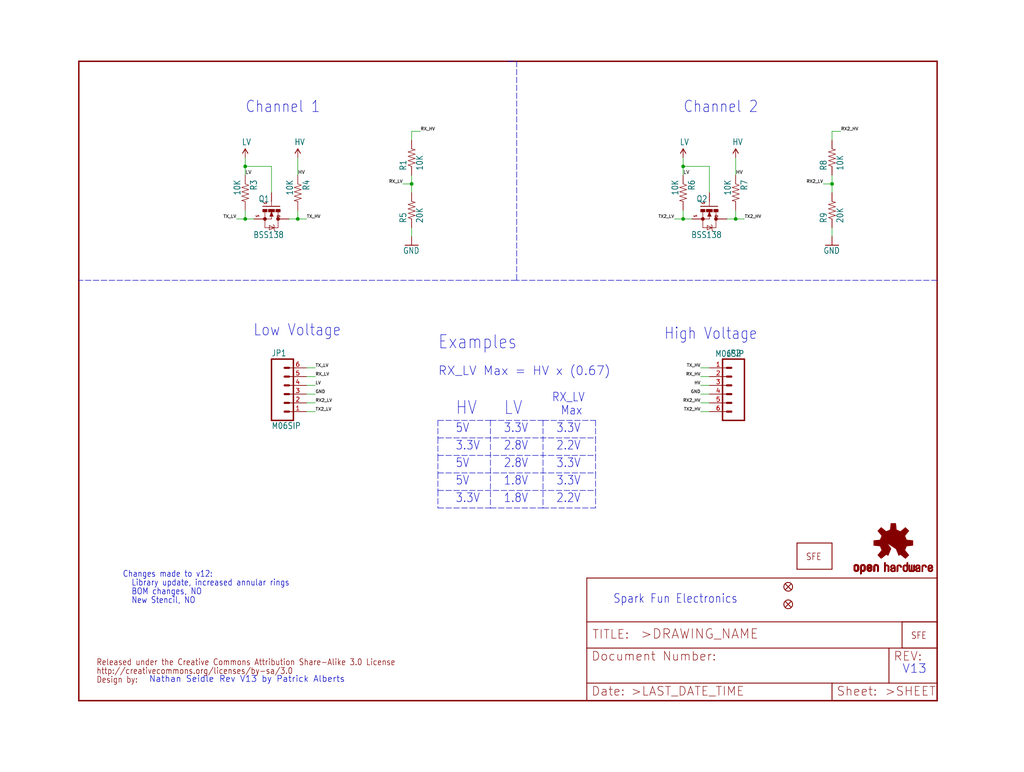
<source format=kicad_sch>
(kicad_sch (version 20211123) (generator eeschema)
  (paper "User" 297.002 223.926)
  (lib_symbols
    (symbol "eagleSchem-eagle-import:CREATIVE_COMMONS"
      (symbol "CREATIVE_COMMONS_1_0"
        (text "Design by:" (at 0 0 0) (effects (font (size 1.778 1.5113)) (justify left bottom)))
        (text "http://creativecommons.org/licenses/by-sa/3.0" (at 0 2.54 0) (effects (font (size 1.778 1.5113)) (justify left bottom)))
        (text "Released under the Creative Commons Attribution Share-Alike 3.0 License" (at 0 5.08 0) (effects (font (size 1.778 1.5113)) (justify left bottom)))
      )
    )
    (symbol "eagleSchem-eagle-import:FIDUCIALUFIDUCIAL")
    (symbol "eagleSchem-eagle-import:FRAME-LETTER"
      (symbol "FRAME-LETTER_2_0"
        (text ">DRAWING_NAME" (at 15.494 17.78 0) (effects (font (size 2.7432 2.7432)) (justify left bottom)))
        (text ">LAST_DATE_TIME" (at 12.7 1.27 0) (effects (font (size 2.54 2.54)) (justify left bottom)))
        (text ">SHEET" (at 86.36 1.27 0) (effects (font (size 2.54 2.54)) (justify left bottom)))
        (text "Date:" (at 1.27 1.27 0) (effects (font (size 2.54 2.54)) (justify left bottom)))
        (text "Document Number:" (at 1.27 11.43 0) (effects (font (size 2.54 2.54)) (justify left bottom)))
        (text "REV:" (at 88.9 11.43 0) (effects (font (size 2.54 2.54)) (justify left bottom)))
        (text "Sheet:" (at 72.39 1.27 0) (effects (font (size 2.54 2.54)) (justify left bottom)))
        (text "TITLE:" (at 1.524 17.78 0) (effects (font (size 2.54 2.54)) (justify left bottom)))
      )
    )
    (symbol "eagleSchem-eagle-import:GND" (power)
      (property "Value" "GND" (at -2.54 -2.54 0))
      (symbol "GND_1_0"
        (pin power_in line (at 0 2.54 270) (length 2.54) (name "GND") (number "1"))
      )
    )
    (symbol "eagleSchem-eagle-import:LOGO-SFENW2"
      (symbol "LOGO-SFENW2_1_0"
        (text "SFE" (at 0 0 0) (effects (font (size 1.9304 1.6408)) (justify left bottom)))
      )
    )
    (symbol "eagleSchem-eagle-import:LOGO-SFESK"
      (symbol "LOGO-SFESK_1_0"
        (text "SFE" (at 0 0 0) (effects (font (size 1.9304 1.6408)) (justify left bottom)))
      )
    )
    (symbol "eagleSchem-eagle-import:M06SIP"
      (property "Reference" "JP" (at -5.08 10.922 0))
      (property "Value" "M06SIP" (at -5.08 -10.16 0))
      (symbol "M06SIP_1_0"
        (pin passive line (at 5.08 -5.08 180) (length 5.08) (name "1") (number "1"))
        (pin passive line (at 5.08 -2.54 180) (length 5.08) (name "2") (number "2"))
        (pin passive line (at 5.08 0 180) (length 5.08) (name "3") (number "3"))
        (pin passive line (at 5.08 2.54 180) (length 5.08) (name "4") (number "4"))
        (pin passive line (at 5.08 5.08 180) (length 5.08) (name "5") (number "5"))
        (pin passive line (at 5.08 7.62 180) (length 5.08) (name "6") (number "6"))
      )
    )
    (symbol "eagleSchem-eagle-import:MOSFET-NCHANNELSMD"
      (property "Reference" "Q" (at 5.08 2.54 0))
      (property "Value" "MOSFET-NCHANNELSMD" (at 5.08 0 0))
      (symbol "MOSFET-NCHANNELSMD_1_0"
        (text "D" (at -1.27 2.54 0) (effects (font (size 0.8128 0.6908)) (justify left bottom)))
        (text "G" (at -5.08 -1.27 0) (effects (font (size 0.8128 0.6908)) (justify left bottom)))
        (text "S" (at -1.27 -3.556 0) (effects (font (size 0.8128 0.6908)) (justify left bottom)))
        (pin passive line (at -7.62 0 0) (length 2.54) (name "G") (number "1"))
        (pin passive line (at 0 -5.08 90) (length 2.54) (name "S") (number "2"))
        (pin passive line (at 0 5.08 270) (length 2.54) (name "D") (number "3"))
      )
    )
    (symbol "eagleSchem-eagle-import:OSHW-LOGOS")
    (symbol "eagleSchem-eagle-import:RESISTOR0603-RES"
      (property "Reference" "R" (at -3.81 1.4986 0))
      (property "Value" "RESISTOR0603-RES" (at -3.81 -3.302 0))
      (symbol "RESISTOR0603-RES_1_0"
        (pin passive line (at -5.08 0 0) (length 2.54) (name "1") (number "1"))
        (pin passive line (at 5.08 0 180) (length 2.54) (name "2") (number "2"))
      )
    )
    (symbol "eagleSchem-eagle-import:VCC" (power)
      (property "Value" "VCC" (at -1.016 3.556 0))
      (symbol "VCC_1_0"
        (pin power_in line (at 0 0 90) (length 2.54) (name "VCC") (number "1"))
      )
    )
  )
  (junction (at 241.3 53.34))
  (junction (at 198.12 63.5))
  (junction (at 86.36 63.5))
  (junction (at 198.12 48.26))
  (junction (at 213.36 63.5))
  (junction (at 71.12 63.5))
  (junction (at 71.12 48.26))
  (junction (at 119.38 53.34))
  (wire (pts (xy 241.3 53.34) (xy 238.76 53.34)))
  (polyline (pts (xy 127 132.08) (xy 172.72 132.08)))
  (polyline (pts (xy 142.24 121.92) (xy 142.24 147.32)))
  (polyline (pts (xy 127 142.24) (xy 127 147.32)))
  (polyline (pts (xy 147.32 17.78) (xy 149.86 17.78)))
  (wire (pts (xy 88.9 119.38) (xy 91.44 119.38)))
  (polyline (pts (xy 172.72 137.16) (xy 172.72 142.24)))
  (wire (pts (xy 213.36 50.8) (xy 213.36 45.72)))
  (polyline (pts (xy 149.86 17.78) (xy 149.86 81.28)))
  (wire (pts (xy 86.36 50.8) (xy 86.36 45.72)))
  (wire (pts (xy 198.12 48.26) (xy 198.12 45.72)))
  (wire (pts (xy 88.9 109.22) (xy 91.44 109.22)))
  (wire (pts (xy 205.74 106.68) (xy 203.2 106.68)))
  (polyline (pts (xy 127 121.92) (xy 142.24 121.92)))
  (wire (pts (xy 78.74 55.88) (xy 78.74 48.26)))
  (wire (pts (xy 205.74 109.22) (xy 203.2 109.22)))
  (wire (pts (xy 88.9 114.3) (xy 91.44 114.3)))
  (polyline (pts (xy 142.24 121.92) (xy 157.48 121.92)))
  (wire (pts (xy 88.9 106.68) (xy 91.44 106.68)))
  (wire (pts (xy 86.36 60.96) (xy 86.36 63.5)))
  (polyline (pts (xy 172.72 142.24) (xy 172.72 147.32)))
  (polyline (pts (xy 127 127) (xy 172.72 127)))
  (wire (pts (xy 205.74 119.38) (xy 203.2 119.38)))
  (wire (pts (xy 71.12 60.96) (xy 71.12 63.5)))
  (polyline (pts (xy 127 142.24) (xy 172.72 142.24)))
  (wire (pts (xy 71.12 50.8) (xy 71.12 48.26)))
  (wire (pts (xy 119.38 53.34) (xy 116.84 53.34)))
  (polyline (pts (xy 172.72 121.92) (xy 172.72 127)))
  (polyline (pts (xy 149.86 81.28) (xy 22.86 81.28)))
  (wire (pts (xy 241.3 68.58) (xy 241.3 66.04)))
  (wire (pts (xy 205.74 114.3) (xy 203.2 114.3)))
  (polyline (pts (xy 127 137.16) (xy 127 142.24)))
  (wire (pts (xy 119.38 68.58) (xy 119.38 66.04)))
  (polyline (pts (xy 157.48 121.92) (xy 172.72 121.92)))
  (wire (pts (xy 88.9 116.84) (xy 91.44 116.84)))
  (wire (pts (xy 86.36 63.5) (xy 88.9 63.5)))
  (wire (pts (xy 198.12 63.5) (xy 195.58 63.5)))
  (polyline (pts (xy 157.48 121.92) (xy 157.48 147.32)))
  (wire (pts (xy 71.12 63.5) (xy 68.58 63.5)))
  (polyline (pts (xy 127 127) (xy 127 132.08)))
  (polyline (pts (xy 127 137.16) (xy 172.72 137.16)))
  (wire (pts (xy 241.3 53.34) (xy 241.3 50.8)))
  (wire (pts (xy 88.9 111.76) (xy 91.44 111.76)))
  (wire (pts (xy 241.3 40.64) (xy 241.3 38.1)))
  (wire (pts (xy 213.36 63.5) (xy 215.9 63.5)))
  (wire (pts (xy 205.74 111.76) (xy 203.2 111.76)))
  (polyline (pts (xy 127 147.32) (xy 142.24 147.32)))
  (polyline (pts (xy 172.72 132.08) (xy 172.72 137.16)))
  (wire (pts (xy 119.38 38.1) (xy 121.92 38.1)))
  (wire (pts (xy 198.12 50.8) (xy 198.12 48.26)))
  (polyline (pts (xy 127 132.08) (xy 127 137.16)))
  (wire (pts (xy 213.36 60.96) (xy 213.36 63.5)))
  (polyline (pts (xy 172.72 127) (xy 172.72 132.08)))
  (wire (pts (xy 119.38 53.34) (xy 119.38 50.8)))
  (wire (pts (xy 73.66 63.5) (xy 71.12 63.5)))
  (polyline (pts (xy 127 121.92) (xy 127 127)))
  (wire (pts (xy 71.12 48.26) (xy 71.12 45.72)))
  (wire (pts (xy 119.38 40.64) (xy 119.38 38.1)))
  (wire (pts (xy 205.74 55.88) (xy 205.74 48.26)))
  (wire (pts (xy 205.74 48.26) (xy 198.12 48.26)))
  (wire (pts (xy 241.3 38.1) (xy 243.84 38.1)))
  (polyline (pts (xy 157.48 147.32) (xy 172.72 147.32)))
  (wire (pts (xy 78.74 48.26) (xy 71.12 48.26)))
  (wire (pts (xy 241.3 55.88) (xy 241.3 53.34)))
  (polyline (pts (xy 271.78 81.28) (xy 149.86 81.28)))
  (wire (pts (xy 210.82 63.5) (xy 213.36 63.5)))
  (wire (pts (xy 83.82 63.5) (xy 86.36 63.5)))
  (polyline (pts (xy 142.24 147.32) (xy 157.48 147.32)))
  (wire (pts (xy 119.38 55.88) (xy 119.38 53.34)))
  (wire (pts (xy 198.12 60.96) (xy 198.12 63.5)))
  (wire (pts (xy 200.66 63.5) (xy 198.12 63.5)))
  (wire (pts (xy 205.74 116.84) (xy 203.2 116.84)))
  (text "1.8V" (at 146.05 140.97 180) (effects (font (size 2.54 2.159)) (justify left bottom)))
  (text "3.3V" (at 146.05 125.73 180) (effects (font (size 2.54 2.159)) (justify left bottom)))
  (text "3.3V" (at 132.08 146.05 180) (effects (font (size 2.54 2.159)) (justify left bottom)))
  (text "2.8V" (at 146.05 130.81 180) (effects (font (size 2.54 2.159)) (justify left bottom)))
  (text "3.3V" (at 161.29 125.73 180) (effects (font (size 2.54 2.159)) (justify left bottom)))
  (text "Channel 2" (at 198.12 33.02 180) (effects (font (size 3.302 2.8067)) (justify left bottom)))
  (text "5V" (at 132.08 135.89 180) (effects (font (size 2.54 2.159)) (justify left bottom)))
  (text "V13" (at 261.62 195.58 180) (effects (font (size 2.54 2.54)) (justify left bottom)))
  (text "1.8V" (at 146.05 146.05 180) (effects (font (size 2.54 2.159)) (justify left bottom)))
  (text "5V" (at 132.08 140.97 180) (effects (font (size 2.54 2.159)) (justify left bottom)))
  (text "Rev V13 by Patrick Alberts" (at 63.5 198.12 180) (effects (font (size 1.778 1.778)) (justify left bottom)))
  (text "3.3V" (at 161.29 135.89 180) (effects (font (size 2.54 2.159)) (justify left bottom)))
  (text "High Voltage" (at 192.532 98.806 180) (effects (font (size 3.302 2.8067)) (justify left bottom)))
  (text "Channel 1" (at 71.12 33.02 180) (effects (font (size 3.302 2.8067)) (justify left bottom)))
  (text "Nathan Seidle" (at 43.18 198.12 180) (effects (font (size 1.778 1.778)) (justify left bottom)))
  (text "LV" (at 146.05 120.65 180) (effects (font (size 3.81 3.2385)) (justify left bottom)))
  (text "Max" (at 162.56 120.65 180) (effects (font (size 2.54 2.159)) (justify left bottom)))
  (text "2.2V" (at 161.29 146.05 180) (effects (font (size 2.54 2.159)) (justify left bottom)))
  (text "Changes made to v12:" (at 35.56 167.64 180) (effects (font (size 1.778 1.5113)) (justify left bottom)))
  (text "BOM changes, NO" (at 38.1 172.72 180) (effects (font (size 1.778 1.5113)) (justify left bottom)))
  (text "HV" (at 132.08 120.65 180) (effects (font (size 3.81 3.2385)) (justify left bottom)))
  (text "2.2V" (at 161.29 130.81 180) (effects (font (size 2.54 2.159)) (justify left bottom)))
  (text "Library update, increased annular rings" (at 38.1 170.18 180) (effects (font (size 1.778 1.5113)) (justify left bottom)))
  (text "2.8V" (at 146.05 135.89 180) (effects (font (size 2.54 2.159)) (justify left bottom)))
  (text "3.3V" (at 161.29 140.97 180) (effects (font (size 2.54 2.159)) (justify left bottom)))
  (text "Spark Fun Electronics" (at 177.8 175.26 180) (effects (font (size 2.54 2.159)) (justify left bottom)))
  (text "New Stencil, NO" (at 38.1 175.26 180) (effects (font (size 1.778 1.5113)) (justify left bottom)))
  (text "Examples" (at 127 101.6 180) (effects (font (size 3.81 3.2385)) (justify left bottom)))
  (text "RX_LV" (at 160.02 116.84 180) (effects (font (size 2.54 2.159)) (justify left bottom)))
  (text "5V" (at 132.08 125.73 180) (effects (font (size 2.54 2.159)) (justify left bottom)))
  (text "3.3V" (at 132.08 130.81 180) (effects (font (size 2.54 2.159)) (justify left bottom)))
  (text "RX_LV Max = HV x (0.67)" (at 127 109.22 180) (effects (font (size 2.54 2.54)) (justify left bottom)))
  (text "Low Voltage" (at 73.406 97.79 180) (effects (font (size 3.302 2.8067)) (justify left bottom)))
  (label "RX2_HV" (at 243.84 38.1 0) (effects (font (size 0.889 0.889))))
  (label "RX_LV" (at 116.84 53.34 180) (effects (font (size 0.889 0.889))))
  (label "GND" (at 91.44 114.3 0) (effects (font (size 0.889 0.889))))
  (label "RX2_LV" (at 238.76 53.34 180) (effects (font (size 0.889 0.889))))
  (label "HV" (at 213.36 50.8 0) (effects (font (size 1.016 1.016))))
  (label "HV" (at 86.36 50.8 0) (effects (font (size 1.016 1.016))))
  (label "LV" (at 71.12 50.8 0) (effects (font (size 1.016 1.016))))
  (label "GND" (at 203.2 114.3 180) (effects (font (size 0.889 0.889))))
  (label "TX2_LV" (at 91.44 119.38 0) (effects (font (size 0.889 0.889))))
  (label "RX_HV" (at 121.92 38.1 0) (effects (font (size 0.889 0.889))))
  (label "TX2_HV" (at 215.9 63.5 0) (effects (font (size 0.889 0.889))))
  (label "TX_HV" (at 88.9 63.5 0) (effects (font (size 0.889 0.889))))
  (label "LV" (at 91.44 111.76 0) (effects (font (size 0.889 0.889))))
  (label "TX_LV" (at 91.44 106.68 0) (effects (font (size 0.889 0.889))))
  (label "RX_HV" (at 203.2 109.22 180) (effects (font (size 0.889 0.889))))
  (label "TX2_HV" (at 203.2 119.38 180) (effects (font (size 0.889 0.889))))
  (label "LV" (at 198.12 50.8 0) (effects (font (size 1.016 1.016))))
  (label "RX2_HV" (at 203.2 116.84 180) (effects (font (size 0.889 0.889))))
  (label "TX2_LV" (at 195.58 63.5 180) (effects (font (size 0.889 0.889))))
  (label "HV" (at 203.2 111.76 180) (effects (font (size 0.889 0.889))))
  (label "TX_LV" (at 68.58 63.5 180) (effects (font (size 0.889 0.889))))
  (label "RX2_LV" (at 91.44 116.84 0) (effects (font (size 0.889 0.889))))
  (label "TX_HV" (at 203.2 106.68 180) (effects (font (size 0.889 0.889))))
  (label "RX_LV" (at 91.44 109.22 0) (effects (font (size 0.889 0.889))))
  (symbol (lib_id "eagleSchem-eagle-import:FRAME-LETTER") (at 22.86 203.2 0) (unit 1)
    (property "Reference" "#FRAME1" (effects hide))
    (property "Value" "FRAME-LETTER" (effects hide))
    (property "Footprint" "eagleSchem:" (effects hide))
  )
  (symbol (lib_id "eagleSchem-eagle-import:LOGO-SFENW2") (at 233.68 162.56 0) (unit 1)
    (property "Reference" "JP5" (effects hide))
    (property "Value" "LOGO-SFENW2" (effects hide))
    (property "Footprint" "eagleSchem:SFE-NEW-WEB" (effects hide))
  )
  (symbol (lib_id "eagleSchem-eagle-import:RESISTOR0603-RES") (at 213.36 55.88 270) (unit 1)
    (property "Reference" "R7" (at 214.8586 52.07 0) (effects (font (size 1.778 1.5113)) (justify left bottom)))
    (property "Value" "10K" (at 210.058 52.07 0) (effects (font (size 1.778 1.5113)) (justify left bottom)))
    (property "Footprint" "eagleSchem:0603-RES" (effects hide))
  )
  (symbol (lib_id "eagleSchem-eagle-import:MOSFET-NCHANNELSMD") (at 78.74 63.5 270) (unit 1)
    (property "Reference" "Q1" (at 74.93 58.674 90) (effects (font (size 1.778 1.5113)) (justify left bottom)))
    (property "Value" "BSS138" (at 73.406 69.088 90) (effects (font (size 1.778 1.5113)) (justify left bottom)))
    (property "Footprint" "eagleSchem:SOT23-3" (effects hide))
  )
  (symbol (lib_id "eagleSchem-eagle-import:GND") (at 119.38 71.12 0) (unit 1)
    (property "Reference" "#GND1" (effects hide))
    (property "Value" "GND" (at 116.84 73.66 0) (effects (font (size 1.778 1.5113)) (justify left bottom)))
    (property "Footprint" "eagleSchem:" (effects hide))
  )
  (symbol (lib_id "eagleSchem-eagle-import:FRAME-LETTER") (at 170.18 203.2 0) (unit 2)
    (property "Reference" "#FRAME1" (effects hide))
    (property "Value" "FRAME-LETTER" (effects hide))
    (property "Footprint" "eagleSchem:" (effects hide))
  )
  (symbol (lib_id "eagleSchem-eagle-import:VCC") (at 71.12 45.72 0) (unit 1)
    (property "Reference" "#P+1" (effects hide))
    (property "Value" "LV" (at 70.104 42.164 0) (effects (font (size 1.778 1.5113)) (justify left bottom)))
    (property "Footprint" "eagleSchem:" (effects hide))
  )
  (symbol (lib_id "eagleSchem-eagle-import:FIDUCIALUFIDUCIAL") (at 228.6 175.26 0) (unit 1)
    (property "Reference" "JP3" (effects hide))
    (property "Value" "FIDUCIALUFIDUCIAL" (effects hide))
    (property "Footprint" "eagleSchem:MICRO-FIDUCIAL" (effects hide))
  )
  (symbol (lib_id "eagleSchem-eagle-import:M06SIP") (at 210.82 111.76 180) (unit 1)
    (property "Reference" "JP2" (at 210.566 103.378 0) (effects (font (size 1.778 1.5113)) (justify right top)))
    (property "Value" "M06SIP" (at 215.9 101.6 0) (effects (font (size 1.778 1.5113)) (justify left bottom)))
    (property "Footprint" "eagleSchem:1X06" (effects hide))
  )
  (symbol (lib_id "eagleSchem-eagle-import:MOSFET-NCHANNELSMD") (at 205.74 63.5 270) (unit 1)
    (property "Reference" "Q2" (at 201.93 58.674 90) (effects (font (size 1.778 1.5113)) (justify left bottom)))
    (property "Value" "BSS138" (at 200.406 69.088 90) (effects (font (size 1.778 1.5113)) (justify left bottom)))
    (property "Footprint" "eagleSchem:SOT23-3" (effects hide))
  )
  (symbol (lib_id "eagleSchem-eagle-import:FIDUCIALUFIDUCIAL") (at 228.6 170.18 0) (unit 1)
    (property "Reference" "JP4" (effects hide))
    (property "Value" "FIDUCIALUFIDUCIAL" (effects hide))
    (property "Footprint" "eagleSchem:MICRO-FIDUCIAL" (effects hide))
  )
  (symbol (lib_id "eagleSchem-eagle-import:RESISTOR0603-RES") (at 119.38 60.96 90) (unit 1)
    (property "Reference" "R5" (at 117.8814 64.77 0) (effects (font (size 1.778 1.5113)) (justify left bottom)))
    (property "Value" "20K" (at 122.682 64.77 0) (effects (font (size 1.778 1.5113)) (justify left bottom)))
    (property "Footprint" "eagleSchem:0603-RES" (effects hide))
  )
  (symbol (lib_id "eagleSchem-eagle-import:OSHW-LOGOS") (at 259.08 157.48 0) (unit 1)
    (property "Reference" "U$2" (effects hide))
    (property "Value" "OSHW-LOGOS" (effects hide))
    (property "Footprint" "eagleSchem:OSHW-LOGO-S" (effects hide))
  )
  (symbol (lib_id "eagleSchem-eagle-import:CREATIVE_COMMONS") (at 27.94 198.12 0) (unit 1)
    (property "Reference" "CC_TEXT1" (effects hide))
    (property "Value" "CREATIVE_COMMONS" (effects hide))
    (property "Footprint" "eagleSchem:CREATIVE_COMMONS" (effects hide))
  )
  (symbol (lib_id "eagleSchem-eagle-import:VCC") (at 86.36 45.72 0) (unit 1)
    (property "Reference" "#P+4" (effects hide))
    (property "Value" "HV" (at 85.344 42.164 0) (effects (font (size 1.778 1.5113)) (justify left bottom)))
    (property "Footprint" "eagleSchem:" (effects hide))
  )
  (symbol (lib_id "eagleSchem-eagle-import:RESISTOR0603-RES") (at 119.38 45.72 90) (unit 1)
    (property "Reference" "R1" (at 117.8814 49.53 0) (effects (font (size 1.778 1.5113)) (justify left bottom)))
    (property "Value" "10K" (at 122.682 49.53 0) (effects (font (size 1.778 1.5113)) (justify left bottom)))
    (property "Footprint" "eagleSchem:0603-RES" (effects hide))
  )
  (symbol (lib_id "eagleSchem-eagle-import:RESISTOR0603-RES") (at 198.12 55.88 270) (unit 1)
    (property "Reference" "R6" (at 199.6186 52.07 0) (effects (font (size 1.778 1.5113)) (justify left bottom)))
    (property "Value" "10K" (at 194.818 52.07 0) (effects (font (size 1.778 1.5113)) (justify left bottom)))
    (property "Footprint" "eagleSchem:0603-RES" (effects hide))
  )
  (symbol (lib_id "eagleSchem-eagle-import:RESISTOR0603-RES") (at 241.3 60.96 90) (unit 1)
    (property "Reference" "R9" (at 239.8014 64.77 0) (effects (font (size 1.778 1.5113)) (justify left bottom)))
    (property "Value" "20K" (at 244.602 64.77 0) (effects (font (size 1.778 1.5113)) (justify left bottom)))
    (property "Footprint" "eagleSchem:0603-RES" (effects hide))
  )
  (symbol (lib_id "eagleSchem-eagle-import:RESISTOR0603-RES") (at 241.3 45.72 90) (unit 1)
    (property "Reference" "R8" (at 239.8014 49.53 0) (effects (font (size 1.778 1.5113)) (justify left bottom)))
    (property "Value" "10K" (at 244.602 49.53 0) (effects (font (size 1.778 1.5113)) (justify left bottom)))
    (property "Footprint" "eagleSchem:0603-RES" (effects hide))
  )
  (symbol (lib_id "eagleSchem-eagle-import:LOGO-SFESK") (at 264.16 185.42 0) (unit 1)
    (property "Reference" "U$1" (effects hide))
    (property "Value" "LOGO-SFESK" (effects hide))
    (property "Footprint" "eagleSchem:SFE-LOGO-FLAME" (effects hide))
  )
  (symbol (lib_id "eagleSchem-eagle-import:VCC") (at 213.36 45.72 0) (unit 1)
    (property "Reference" "#P+8" (effects hide))
    (property "Value" "HV" (at 212.344 42.164 0) (effects (font (size 1.778 1.5113)) (justify left bottom)))
    (property "Footprint" "eagleSchem:" (effects hide))
  )
  (symbol (lib_id "eagleSchem-eagle-import:VCC") (at 198.12 45.72 0) (unit 1)
    (property "Reference" "#P+7" (effects hide))
    (property "Value" "LV" (at 197.104 42.164 0) (effects (font (size 1.778 1.5113)) (justify left bottom)))
    (property "Footprint" "eagleSchem:" (effects hide))
  )
  (symbol (lib_id "eagleSchem-eagle-import:RESISTOR0603-RES") (at 71.12 55.88 270) (unit 1)
    (property "Reference" "R3" (at 72.6186 52.07 0) (effects (font (size 1.778 1.5113)) (justify left bottom)))
    (property "Value" "10K" (at 67.818 52.07 0) (effects (font (size 1.778 1.5113)) (justify left bottom)))
    (property "Footprint" "eagleSchem:0603-RES" (effects hide))
  )
  (symbol (lib_id "eagleSchem-eagle-import:GND") (at 241.3 71.12 0) (unit 1)
    (property "Reference" "#GND2" (effects hide))
    (property "Value" "GND" (at 238.76 73.66 0) (effects (font (size 1.778 1.5113)) (justify left bottom)))
    (property "Footprint" "eagleSchem:" (effects hide))
  )
  (symbol (lib_id "eagleSchem-eagle-import:M06SIP") (at 83.82 114.3 0) (unit 1)
    (property "Reference" "JP1" (at 78.74 103.378 0) (effects (font (size 1.778 1.5113)) (justify left bottom)))
    (property "Value" "M06SIP" (at 78.74 124.46 0) (effects (font (size 1.778 1.5113)) (justify left bottom)))
    (property "Footprint" "eagleSchem:1X06" (effects hide))
  )
  (symbol (lib_id "eagleSchem-eagle-import:RESISTOR0603-RES") (at 86.36 55.88 270) (unit 1)
    (property "Reference" "R4" (at 87.8586 52.07 0) (effects (font (size 1.778 1.5113)) (justify left bottom)))
    (property "Value" "10K" (at 83.058 52.07 0) (effects (font (size 1.778 1.5113)) (justify left bottom)))
    (property "Footprint" "eagleSchem:0603-RES" (effects hide))
  )
)
</source>
